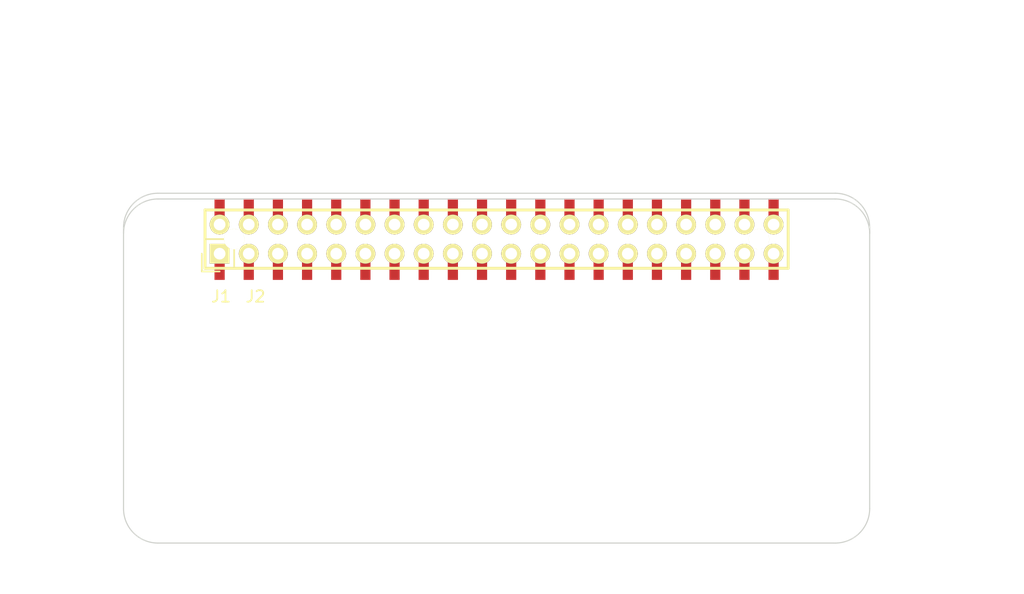
<source format=kicad_pcb>
(kicad_pcb (version 4) (host pcbnew 4.0.5)

  (general
    (links 0)
    (no_connects 0)
    (area 1.450001 7.175 93.121429 60.381101)
    (thickness 1.6)
    (drawings 20)
    (tracks 0)
    (zones 0)
    (modules 6)
    (nets 81)
  )

  (page A4)
  (layers
    (0 F.Cu signal)
    (31 B.Cu signal)
    (34 B.Paste user)
    (35 F.Paste user)
    (36 B.SilkS user)
    (37 F.SilkS user)
    (38 B.Mask user)
    (39 F.Mask user)
    (40 Dwgs.User user)
    (41 Cmts.User user)
    (44 Edge.Cuts user)
    (48 B.Fab user)
    (49 F.Fab user)
  )

  (setup
    (last_trace_width 0.25)
    (user_trace_width 0.01)
    (user_trace_width 0.02)
    (user_trace_width 0.05)
    (user_trace_width 0.1)
    (user_trace_width 0.2)
    (trace_clearance 0.2)
    (zone_clearance 0.508)
    (zone_45_only no)
    (trace_min 0.01)
    (segment_width 0.2)
    (edge_width 0.1)
    (via_size 0.6)
    (via_drill 0.4)
    (via_min_size 0.4)
    (via_min_drill 0.3)
    (uvia_size 0.3)
    (uvia_drill 0.1)
    (uvias_allowed no)
    (uvia_min_size 0.2)
    (uvia_min_drill 0.1)
    (pcb_text_width 0.3)
    (pcb_text_size 1.5 1.5)
    (mod_edge_width 0.15)
    (mod_text_size 1 1)
    (mod_text_width 0.15)
    (pad_size 2.75 2.75)
    (pad_drill 2.75)
    (pad_to_mask_clearance 0)
    (aux_axis_origin 0 0)
    (visible_elements 7FFFFFFF)
    (pcbplotparams
      (layerselection 0x01330_80000001)
      (usegerberextensions false)
      (excludeedgelayer true)
      (linewidth 0.100000)
      (plotframeref false)
      (viasonmask false)
      (mode 1)
      (useauxorigin false)
      (hpglpennumber 1)
      (hpglpenspeed 20)
      (hpglpendiameter 15)
      (hpglpenoverlay 2)
      (psnegative false)
      (psa4output false)
      (plotreference true)
      (plotvalue true)
      (plotinvisibletext false)
      (padsonsilk false)
      (subtractmaskfromsilk false)
      (outputformat 4)
      (mirror false)
      (drillshape 2)
      (scaleselection 1)
      (outputdirectory meta/))
  )

  (net 0 "")
  (net 1 "Net-(J1-Pad34)")
  (net 2 "Net-(J1-Pad36)")
  (net 3 "Net-(J1-Pad40)")
  (net 4 "Net-(J1-Pad38)")
  (net 5 "Net-(J1-Pad18)")
  (net 6 "Net-(J1-Pad20)")
  (net 7 "Net-(J1-Pad24)")
  (net 8 "Net-(J1-Pad22)")
  (net 9 "Net-(J1-Pad30)")
  (net 10 "Net-(J1-Pad32)")
  (net 11 "Net-(J1-Pad28)")
  (net 12 "Net-(J1-Pad26)")
  (net 13 "Net-(J1-Pad10)")
  (net 14 "Net-(J1-Pad12)")
  (net 15 "Net-(J1-Pad16)")
  (net 16 "Net-(J1-Pad14)")
  (net 17 "Net-(J1-Pad6)")
  (net 18 "Net-(J1-Pad8)")
  (net 19 "Net-(J1-Pad4)")
  (net 20 "Net-(J1-Pad2)")
  (net 21 "Net-(J1-Pad39)")
  (net 22 "Net-(J1-Pad37)")
  (net 23 "Net-(J1-Pad33)")
  (net 24 "Net-(J1-Pad35)")
  (net 25 "Net-(J1-Pad27)")
  (net 26 "Net-(J1-Pad25)")
  (net 27 "Net-(J1-Pad29)")
  (net 28 "Net-(J1-Pad31)")
  (net 29 "Net-(J1-Pad23)")
  (net 30 "Net-(J1-Pad21)")
  (net 31 "Net-(J1-Pad17)")
  (net 32 "Net-(J1-Pad19)")
  (net 33 "Net-(J1-Pad3)")
  (net 34 "Net-(J1-Pad1)")
  (net 35 "Net-(J1-Pad5)")
  (net 36 "Net-(J1-Pad7)")
  (net 37 "Net-(J1-Pad15)")
  (net 38 "Net-(J1-Pad13)")
  (net 39 "Net-(J1-Pad9)")
  (net 40 "Net-(J1-Pad11)")
  (net 41 "Net-(J2-Pad1)")
  (net 42 "Net-(J2-Pad2)")
  (net 43 "Net-(J2-Pad3)")
  (net 44 "Net-(J2-Pad4)")
  (net 45 "Net-(J2-Pad5)")
  (net 46 "Net-(J2-Pad6)")
  (net 47 "Net-(J2-Pad7)")
  (net 48 "Net-(J2-Pad8)")
  (net 49 "Net-(J2-Pad9)")
  (net 50 "Net-(J2-Pad10)")
  (net 51 "Net-(J2-Pad11)")
  (net 52 "Net-(J2-Pad12)")
  (net 53 "Net-(J2-Pad13)")
  (net 54 "Net-(J2-Pad14)")
  (net 55 "Net-(J2-Pad15)")
  (net 56 "Net-(J2-Pad16)")
  (net 57 "Net-(J2-Pad17)")
  (net 58 "Net-(J2-Pad18)")
  (net 59 "Net-(J2-Pad19)")
  (net 60 "Net-(J2-Pad20)")
  (net 61 "Net-(J2-Pad21)")
  (net 62 "Net-(J2-Pad22)")
  (net 63 "Net-(J2-Pad23)")
  (net 64 "Net-(J2-Pad24)")
  (net 65 "Net-(J2-Pad25)")
  (net 66 "Net-(J2-Pad26)")
  (net 67 "Net-(J2-Pad27)")
  (net 68 "Net-(J2-Pad28)")
  (net 69 "Net-(J2-Pad29)")
  (net 70 "Net-(J2-Pad30)")
  (net 71 "Net-(J2-Pad31)")
  (net 72 "Net-(J2-Pad32)")
  (net 73 "Net-(J2-Pad33)")
  (net 74 "Net-(J2-Pad34)")
  (net 75 "Net-(J2-Pad35)")
  (net 76 "Net-(J2-Pad36)")
  (net 77 "Net-(J2-Pad37)")
  (net 78 "Net-(J2-Pad38)")
  (net 79 "Net-(J2-Pad39)")
  (net 80 "Net-(J2-Pad40)")

  (net_class Default "This is the default net class."
    (clearance 0.2)
    (trace_width 0.25)
    (via_dia 0.6)
    (via_drill 0.4)
    (uvia_dia 0.3)
    (uvia_drill 0.1)
    (add_net "Net-(J1-Pad1)")
    (add_net "Net-(J1-Pad10)")
    (add_net "Net-(J1-Pad11)")
    (add_net "Net-(J1-Pad12)")
    (add_net "Net-(J1-Pad13)")
    (add_net "Net-(J1-Pad14)")
    (add_net "Net-(J1-Pad15)")
    (add_net "Net-(J1-Pad16)")
    (add_net "Net-(J1-Pad17)")
    (add_net "Net-(J1-Pad18)")
    (add_net "Net-(J1-Pad19)")
    (add_net "Net-(J1-Pad2)")
    (add_net "Net-(J1-Pad20)")
    (add_net "Net-(J1-Pad21)")
    (add_net "Net-(J1-Pad22)")
    (add_net "Net-(J1-Pad23)")
    (add_net "Net-(J1-Pad24)")
    (add_net "Net-(J1-Pad25)")
    (add_net "Net-(J1-Pad26)")
    (add_net "Net-(J1-Pad27)")
    (add_net "Net-(J1-Pad28)")
    (add_net "Net-(J1-Pad29)")
    (add_net "Net-(J1-Pad3)")
    (add_net "Net-(J1-Pad30)")
    (add_net "Net-(J1-Pad31)")
    (add_net "Net-(J1-Pad32)")
    (add_net "Net-(J1-Pad33)")
    (add_net "Net-(J1-Pad34)")
    (add_net "Net-(J1-Pad35)")
    (add_net "Net-(J1-Pad36)")
    (add_net "Net-(J1-Pad37)")
    (add_net "Net-(J1-Pad38)")
    (add_net "Net-(J1-Pad39)")
    (add_net "Net-(J1-Pad4)")
    (add_net "Net-(J1-Pad40)")
    (add_net "Net-(J1-Pad5)")
    (add_net "Net-(J1-Pad6)")
    (add_net "Net-(J1-Pad7)")
    (add_net "Net-(J1-Pad8)")
    (add_net "Net-(J1-Pad9)")
    (add_net "Net-(J2-Pad1)")
    (add_net "Net-(J2-Pad10)")
    (add_net "Net-(J2-Pad11)")
    (add_net "Net-(J2-Pad12)")
    (add_net "Net-(J2-Pad13)")
    (add_net "Net-(J2-Pad14)")
    (add_net "Net-(J2-Pad15)")
    (add_net "Net-(J2-Pad16)")
    (add_net "Net-(J2-Pad17)")
    (add_net "Net-(J2-Pad18)")
    (add_net "Net-(J2-Pad19)")
    (add_net "Net-(J2-Pad2)")
    (add_net "Net-(J2-Pad20)")
    (add_net "Net-(J2-Pad21)")
    (add_net "Net-(J2-Pad22)")
    (add_net "Net-(J2-Pad23)")
    (add_net "Net-(J2-Pad24)")
    (add_net "Net-(J2-Pad25)")
    (add_net "Net-(J2-Pad26)")
    (add_net "Net-(J2-Pad27)")
    (add_net "Net-(J2-Pad28)")
    (add_net "Net-(J2-Pad29)")
    (add_net "Net-(J2-Pad3)")
    (add_net "Net-(J2-Pad30)")
    (add_net "Net-(J2-Pad31)")
    (add_net "Net-(J2-Pad32)")
    (add_net "Net-(J2-Pad33)")
    (add_net "Net-(J2-Pad34)")
    (add_net "Net-(J2-Pad35)")
    (add_net "Net-(J2-Pad36)")
    (add_net "Net-(J2-Pad37)")
    (add_net "Net-(J2-Pad38)")
    (add_net "Net-(J2-Pad39)")
    (add_net "Net-(J2-Pad4)")
    (add_net "Net-(J2-Pad40)")
    (add_net "Net-(J2-Pad5)")
    (add_net "Net-(J2-Pad6)")
    (add_net "Net-(J2-Pad7)")
    (add_net "Net-(J2-Pad8)")
    (add_net "Net-(J2-Pad9)")
  )

  (module RPi_Hat:RPi_Hat_Mounting_Hole locked (layer F.Cu) (tedit 55217CCB) (tstamp 58B743A7)
    (at 16 51)
    (descr "Mounting hole, Befestigungsbohrung, 2,7mm, No Annular, Kein Restring,")
    (tags "Mounting hole, Befestigungsbohrung, 2,7mm, No Annular, Kein Restring,")
    (fp_text reference "" (at 0 -4.0005) (layer F.SilkS) hide
      (effects (font (size 1 1) (thickness 0.15)))
    )
    (fp_text value "" (at 0.09906 3.59918) (layer F.Fab) hide
      (effects (font (size 1 1) (thickness 0.15)))
    )
    (fp_circle (center 0 0) (end 1.375 0) (layer F.Fab) (width 0.15))
    (fp_circle (center 0 0) (end 3.1 0) (layer F.Fab) (width 0.15))
    (fp_circle (center 0 0) (end 3.1 0) (layer B.Fab) (width 0.15))
    (fp_circle (center 0 0) (end 1.375 0) (layer B.Fab) (width 0.15))
    (fp_circle (center 0 0) (end 3.1 0) (layer F.CrtYd) (width 0.15))
    (fp_circle (center 0 0) (end 3.1 0) (layer B.CrtYd) (width 0.15))
    (pad "" np_thru_hole circle (at 0 0) (size 2.75 2.75) (drill 2.75) (layers *.Cu *.Mask)
      (solder_mask_margin 1.725) (clearance 1.725))
  )

  (module RPi_Hat:Pin_Header_Straight_2x20 (layer F.Cu) (tedit 58B87737) (tstamp 5516AEA0)
    (at 45 28 90)
    (descr "Through hole pin header")
    (tags "pin header")
    (path /5515D395/5516AE26)
    (fp_text reference J2 (at -5 -21 360) (layer F.SilkS)
      (effects (font (size 1 1) (thickness 0.15)))
    )
    (fp_text value RPi_GPIO (at -1.27 -27.23 90) (layer F.Fab) hide
      (effects (font (size 1 1) (thickness 0.15)))
    )
    (fp_line (start -3.02 -25.88) (end -3.02 25.92) (layer F.CrtYd) (width 0.05))
    (fp_line (start 3.03 -25.88) (end 3.03 25.92) (layer F.CrtYd) (width 0.05))
    (fp_line (start -3.02 -25.88) (end 3.03 -25.88) (layer F.CrtYd) (width 0.05))
    (fp_line (start -3.02 25.92) (end 3.03 25.92) (layer F.CrtYd) (width 0.05))
    (fp_line (start 2.54 25.4) (end 2.54 -25.4) (layer F.SilkS) (width 0.15))
    (fp_line (start -2.54 -22.86) (end -2.54 25.4) (layer F.SilkS) (width 0.15))
    (fp_line (start 2.54 25.4) (end -2.54 25.4) (layer F.SilkS) (width 0.15))
    (fp_line (start 2.54 -25.4) (end 0 -25.4) (layer F.SilkS) (width 0.15))
    (fp_line (start -1.27 -25.68) (end -2.82 -25.68) (layer F.SilkS) (width 0.15))
    (fp_line (start 0 -25.4) (end 0 -22.86) (layer F.SilkS) (width 0.15))
    (fp_line (start 0 -22.86) (end -2.54 -22.86) (layer F.SilkS) (width 0.15))
    (fp_line (start -2.82 -25.68) (end -2.82 -24.13) (layer F.SilkS) (width 0.15))
    (pad 1 thru_hole rect (at -1.27 -24.13 90) (size 1.7272 1.7272) (drill 1.016) (layers *.Cu *.Mask F.SilkS)
      (net 41 "Net-(J2-Pad1)"))
    (pad 2 thru_hole oval (at 1.27 -24.13 90) (size 1.7272 1.7272) (drill 1.016) (layers *.Cu *.Mask F.SilkS)
      (net 42 "Net-(J2-Pad2)"))
    (pad 3 thru_hole oval (at -1.27 -21.59 90) (size 1.7272 1.7272) (drill 1.016) (layers *.Cu *.Mask F.SilkS)
      (net 43 "Net-(J2-Pad3)"))
    (pad 4 thru_hole oval (at 1.27 -21.59 90) (size 1.7272 1.7272) (drill 1.016) (layers *.Cu *.Mask F.SilkS)
      (net 44 "Net-(J2-Pad4)"))
    (pad 5 thru_hole oval (at -1.27 -19.05 90) (size 1.7272 1.7272) (drill 1.016) (layers *.Cu *.Mask F.SilkS)
      (net 45 "Net-(J2-Pad5)"))
    (pad 6 thru_hole oval (at 1.27 -19.05 90) (size 1.7272 1.7272) (drill 1.016) (layers *.Cu *.Mask F.SilkS)
      (net 46 "Net-(J2-Pad6)"))
    (pad 7 thru_hole oval (at -1.27 -16.51 90) (size 1.7272 1.7272) (drill 1.016) (layers *.Cu *.Mask F.SilkS)
      (net 47 "Net-(J2-Pad7)"))
    (pad 8 thru_hole oval (at 1.27 -16.51 90) (size 1.7272 1.7272) (drill 1.016) (layers *.Cu *.Mask F.SilkS)
      (net 48 "Net-(J2-Pad8)"))
    (pad 9 thru_hole oval (at -1.27 -13.97 90) (size 1.7272 1.7272) (drill 1.016) (layers *.Cu *.Mask F.SilkS)
      (net 49 "Net-(J2-Pad9)"))
    (pad 10 thru_hole oval (at 1.27 -13.97 90) (size 1.7272 1.7272) (drill 1.016) (layers *.Cu *.Mask F.SilkS)
      (net 50 "Net-(J2-Pad10)"))
    (pad 11 thru_hole oval (at -1.27 -11.43 90) (size 1.7272 1.7272) (drill 1.016) (layers *.Cu *.Mask F.SilkS)
      (net 51 "Net-(J2-Pad11)"))
    (pad 12 thru_hole oval (at 1.27 -11.43 90) (size 1.7272 1.7272) (drill 1.016) (layers *.Cu *.Mask F.SilkS)
      (net 52 "Net-(J2-Pad12)"))
    (pad 13 thru_hole oval (at -1.27 -8.89 90) (size 1.7272 1.7272) (drill 1.016) (layers *.Cu *.Mask F.SilkS)
      (net 53 "Net-(J2-Pad13)"))
    (pad 14 thru_hole oval (at 1.27 -8.89 90) (size 1.7272 1.7272) (drill 1.016) (layers *.Cu *.Mask F.SilkS)
      (net 54 "Net-(J2-Pad14)"))
    (pad 15 thru_hole oval (at -1.27 -6.35 90) (size 1.7272 1.7272) (drill 1.016) (layers *.Cu *.Mask F.SilkS)
      (net 55 "Net-(J2-Pad15)"))
    (pad 16 thru_hole oval (at 1.27 -6.35 90) (size 1.7272 1.7272) (drill 1.016) (layers *.Cu *.Mask F.SilkS)
      (net 56 "Net-(J2-Pad16)"))
    (pad 17 thru_hole oval (at -1.27 -3.81 90) (size 1.7272 1.7272) (drill 1.016) (layers *.Cu *.Mask F.SilkS)
      (net 57 "Net-(J2-Pad17)"))
    (pad 18 thru_hole oval (at 1.27 -3.81 90) (size 1.7272 1.7272) (drill 1.016) (layers *.Cu *.Mask F.SilkS)
      (net 58 "Net-(J2-Pad18)"))
    (pad 19 thru_hole oval (at -1.27 -1.27 90) (size 1.7272 1.7272) (drill 1.016) (layers *.Cu *.Mask F.SilkS)
      (net 59 "Net-(J2-Pad19)"))
    (pad 20 thru_hole oval (at 1.27 -1.27 90) (size 1.7272 1.7272) (drill 1.016) (layers *.Cu *.Mask F.SilkS)
      (net 60 "Net-(J2-Pad20)"))
    (pad 21 thru_hole oval (at -1.27 1.27 90) (size 1.7272 1.7272) (drill 1.016) (layers *.Cu *.Mask F.SilkS)
      (net 61 "Net-(J2-Pad21)"))
    (pad 22 thru_hole oval (at 1.27 1.27 90) (size 1.7272 1.7272) (drill 1.016) (layers *.Cu *.Mask F.SilkS)
      (net 62 "Net-(J2-Pad22)"))
    (pad 23 thru_hole oval (at -1.27 3.81 90) (size 1.7272 1.7272) (drill 1.016) (layers *.Cu *.Mask F.SilkS)
      (net 63 "Net-(J2-Pad23)"))
    (pad 24 thru_hole oval (at 1.27 3.81 90) (size 1.7272 1.7272) (drill 1.016) (layers *.Cu *.Mask F.SilkS)
      (net 64 "Net-(J2-Pad24)"))
    (pad 25 thru_hole oval (at -1.27 6.35 90) (size 1.7272 1.7272) (drill 1.016) (layers *.Cu *.Mask F.SilkS)
      (net 65 "Net-(J2-Pad25)"))
    (pad 26 thru_hole oval (at 1.27 6.35 90) (size 1.7272 1.7272) (drill 1.016) (layers *.Cu *.Mask F.SilkS)
      (net 66 "Net-(J2-Pad26)"))
    (pad 27 thru_hole oval (at -1.27 8.89 90) (size 1.7272 1.7272) (drill 1.016) (layers *.Cu *.Mask F.SilkS)
      (net 67 "Net-(J2-Pad27)"))
    (pad 28 thru_hole oval (at 1.27 8.89 90) (size 1.7272 1.7272) (drill 1.016) (layers *.Cu *.Mask F.SilkS)
      (net 68 "Net-(J2-Pad28)"))
    (pad 29 thru_hole oval (at -1.27 11.43 90) (size 1.7272 1.7272) (drill 1.016) (layers *.Cu *.Mask F.SilkS)
      (net 69 "Net-(J2-Pad29)"))
    (pad 30 thru_hole oval (at 1.27 11.43 90) (size 1.7272 1.7272) (drill 1.016) (layers *.Cu *.Mask F.SilkS)
      (net 70 "Net-(J2-Pad30)"))
    (pad 31 thru_hole oval (at -1.27 13.97 90) (size 1.7272 1.7272) (drill 1.016) (layers *.Cu *.Mask F.SilkS)
      (net 71 "Net-(J2-Pad31)"))
    (pad 32 thru_hole oval (at 1.27 13.97 90) (size 1.7272 1.7272) (drill 1.016) (layers *.Cu *.Mask F.SilkS)
      (net 72 "Net-(J2-Pad32)"))
    (pad 33 thru_hole oval (at -1.27 16.51 90) (size 1.7272 1.7272) (drill 1.016) (layers *.Cu *.Mask F.SilkS)
      (net 73 "Net-(J2-Pad33)"))
    (pad 34 thru_hole oval (at 1.27 16.51 90) (size 1.7272 1.7272) (drill 1.016) (layers *.Cu *.Mask F.SilkS)
      (net 74 "Net-(J2-Pad34)"))
    (pad 35 thru_hole oval (at -1.27 19.05 90) (size 1.7272 1.7272) (drill 1.016) (layers *.Cu *.Mask F.SilkS)
      (net 75 "Net-(J2-Pad35)"))
    (pad 36 thru_hole oval (at 1.27 19.05 90) (size 1.7272 1.7272) (drill 1.016) (layers *.Cu *.Mask F.SilkS)
      (net 76 "Net-(J2-Pad36)"))
    (pad 37 thru_hole oval (at -1.27 21.59 90) (size 1.7272 1.7272) (drill 1.016) (layers *.Cu *.Mask F.SilkS)
      (net 77 "Net-(J2-Pad37)"))
    (pad 38 thru_hole oval (at 1.27 21.59 90) (size 1.7272 1.7272) (drill 1.016) (layers *.Cu *.Mask F.SilkS)
      (net 78 "Net-(J2-Pad38)"))
    (pad 39 thru_hole oval (at -1.27 24.13 90) (size 1.7272 1.7272) (drill 1.016) (layers *.Cu *.Mask F.SilkS)
      (net 79 "Net-(J2-Pad39)"))
    (pad 40 thru_hole oval (at 1.27 24.13 90) (size 1.7272 1.7272) (drill 1.016) (layers *.Cu *.Mask F.SilkS)
      (net 80 "Net-(J2-Pad40)"))
    (model Pin_Headers.3dshapes/Pin_Header_Straight_2x20.wrl
      (at (xyz 0 0 0))
      (scale (xyz 1 1 1))
      (rotate (xyz 0 0 90))
    )
  )

  (module RPi_Hat:Samtec_HLE-120-02-XXX-DV-BE-XX-XX locked (layer F.Cu) (tedit 58B8773E) (tstamp 55174A29)
    (at 45 28 90)
    (path /5515D395/5515D39E)
    (fp_text reference J1 (at -5 -24 180) (layer F.SilkS)
      (effects (font (size 1 1) (thickness 0.15)))
    )
    (fp_text value RPi_GPIO (at 5.08 0 180) (layer F.Fab)
      (effects (font (size 1 1) (thickness 0.15)))
    )
    (fp_line (start 2.54 25.4) (end -2.54 25.4) (layer F.SilkS) (width 0.254))
    (fp_line (start -2.54 25.4) (end -2.54 -25.4) (layer F.SilkS) (width 0.254))
    (fp_line (start -2.54 -25.4) (end 2.54 -25.4) (layer F.SilkS) (width 0.254))
    (fp_line (start 2.54 -25.4) (end 2.54 25.4) (layer F.SilkS) (width 0.254))
    (pad 34 smd rect (at 2.7178 16.51 180) (size 0.889 1.6764) (layers F.Cu F.Paste F.Mask)
      (net 1 "Net-(J1-Pad34)"))
    (pad 36 smd rect (at 2.7178 19.05 180) (size 0.889 1.6764) (layers F.Cu F.Paste F.Mask)
      (net 2 "Net-(J1-Pad36)"))
    (pad 40 smd rect (at 2.7178 24.13 180) (size 0.889 1.6764) (layers F.Cu F.Paste F.Mask)
      (net 3 "Net-(J1-Pad40)"))
    (pad 38 smd rect (at 2.7178 21.59 180) (size 0.889 1.6764) (layers F.Cu F.Paste F.Mask)
      (net 4 "Net-(J1-Pad38)"))
    (pad 18 smd rect (at 2.7178 -3.81 180) (size 0.889 1.6764) (layers F.Cu F.Paste F.Mask)
      (net 5 "Net-(J1-Pad18)"))
    (pad 20 smd rect (at 2.7178 -1.27 180) (size 0.889 1.6764) (layers F.Cu F.Paste F.Mask)
      (net 6 "Net-(J1-Pad20)"))
    (pad 24 smd rect (at 2.7178 3.81 180) (size 0.889 1.6764) (layers F.Cu F.Paste F.Mask)
      (net 7 "Net-(J1-Pad24)"))
    (pad 22 smd rect (at 2.7178 1.27 180) (size 0.889 1.6764) (layers F.Cu F.Paste F.Mask)
      (net 8 "Net-(J1-Pad22)"))
    (pad 30 smd rect (at 2.7178 11.43 180) (size 0.889 1.6764) (layers F.Cu F.Paste F.Mask)
      (net 9 "Net-(J1-Pad30)"))
    (pad 32 smd rect (at 2.7178 13.97 180) (size 0.889 1.6764) (layers F.Cu F.Paste F.Mask)
      (net 10 "Net-(J1-Pad32)"))
    (pad 28 smd rect (at 2.7178 8.89 180) (size 0.889 1.6764) (layers F.Cu F.Paste F.Mask)
      (net 11 "Net-(J1-Pad28)"))
    (pad 26 smd rect (at 2.7178 6.35 180) (size 0.889 1.6764) (layers F.Cu F.Paste F.Mask)
      (net 12 "Net-(J1-Pad26)"))
    (pad 10 smd rect (at 2.7178 -13.97 180) (size 0.889 1.6764) (layers F.Cu F.Paste F.Mask)
      (net 13 "Net-(J1-Pad10)"))
    (pad 12 smd rect (at 2.7178 -11.43 180) (size 0.889 1.6764) (layers F.Cu F.Paste F.Mask)
      (net 14 "Net-(J1-Pad12)"))
    (pad 16 smd rect (at 2.7178 -6.35 180) (size 0.889 1.6764) (layers F.Cu F.Paste F.Mask)
      (net 15 "Net-(J1-Pad16)"))
    (pad 14 smd rect (at 2.7178 -8.89 180) (size 0.889 1.6764) (layers F.Cu F.Paste F.Mask)
      (net 16 "Net-(J1-Pad14)"))
    (pad 6 smd rect (at 2.7178 -19.05 180) (size 0.889 1.6764) (layers F.Cu F.Paste F.Mask)
      (net 17 "Net-(J1-Pad6)"))
    (pad 8 smd rect (at 2.7178 -16.51 180) (size 0.889 1.6764) (layers F.Cu F.Paste F.Mask)
      (net 18 "Net-(J1-Pad8)"))
    (pad 4 smd rect (at 2.7178 -21.59 180) (size 0.889 1.6764) (layers F.Cu F.Paste F.Mask)
      (net 19 "Net-(J1-Pad4)"))
    (pad 2 smd rect (at 2.7178 -24.13 180) (size 0.889 1.6764) (layers F.Cu F.Paste F.Mask)
      (net 20 "Net-(J1-Pad2)"))
    (pad 39 smd rect (at -2.7178 24.13 180) (size 0.889 1.6764) (layers F.Cu F.Paste F.Mask)
      (net 21 "Net-(J1-Pad39)"))
    (pad 37 smd rect (at -2.7178 21.59 180) (size 0.889 1.6764) (layers F.Cu F.Paste F.Mask)
      (net 22 "Net-(J1-Pad37)"))
    (pad 33 smd rect (at -2.7178 16.51 180) (size 0.889 1.6764) (layers F.Cu F.Paste F.Mask)
      (net 23 "Net-(J1-Pad33)"))
    (pad 35 smd rect (at -2.7178 19.05 180) (size 0.889 1.6764) (layers F.Cu F.Paste F.Mask)
      (net 24 "Net-(J1-Pad35)"))
    (pad 27 smd rect (at -2.7178 8.89 180) (size 0.889 1.6764) (layers F.Cu F.Paste F.Mask)
      (net 25 "Net-(J1-Pad27)"))
    (pad 25 smd rect (at -2.7178 6.35 180) (size 0.889 1.6764) (layers F.Cu F.Paste F.Mask)
      (net 26 "Net-(J1-Pad25)"))
    (pad 29 smd rect (at -2.7178 11.43 180) (size 0.889 1.6764) (layers F.Cu F.Paste F.Mask)
      (net 27 "Net-(J1-Pad29)"))
    (pad 31 smd rect (at -2.7178 13.97 180) (size 0.889 1.6764) (layers F.Cu F.Paste F.Mask)
      (net 28 "Net-(J1-Pad31)"))
    (pad 23 smd rect (at -2.7178 3.81 180) (size 0.889 1.6764) (layers F.Cu F.Paste F.Mask)
      (net 29 "Net-(J1-Pad23)"))
    (pad 21 smd rect (at -2.7178 1.27 180) (size 0.889 1.6764) (layers F.Cu F.Paste F.Mask)
      (net 30 "Net-(J1-Pad21)"))
    (pad 17 smd rect (at -2.7178 -3.81 180) (size 0.889 1.6764) (layers F.Cu F.Paste F.Mask)
      (net 31 "Net-(J1-Pad17)"))
    (pad 19 smd rect (at -2.7178 -1.27 180) (size 0.889 1.6764) (layers F.Cu F.Paste F.Mask)
      (net 32 "Net-(J1-Pad19)"))
    (pad 3 smd rect (at -2.7178 -21.59 180) (size 0.889 1.6764) (layers F.Cu F.Paste F.Mask)
      (net 33 "Net-(J1-Pad3)"))
    (pad 1 smd rect (at -2.7178 -24.13 180) (size 0.889 1.6764) (layers F.Cu F.Paste F.Mask)
      (net 34 "Net-(J1-Pad1)"))
    (pad 5 smd rect (at -2.7178 -19.05 180) (size 0.889 1.6764) (layers F.Cu F.Paste F.Mask)
      (net 35 "Net-(J1-Pad5)"))
    (pad 7 smd rect (at -2.7178 -16.51 180) (size 0.889 1.6764) (layers F.Cu F.Paste F.Mask)
      (net 36 "Net-(J1-Pad7)"))
    (pad 15 smd rect (at -2.7178 -6.35 180) (size 0.889 1.6764) (layers F.Cu F.Paste F.Mask)
      (net 37 "Net-(J1-Pad15)"))
    (pad 13 smd rect (at -2.7178 -8.89 180) (size 0.889 1.6764) (layers F.Cu F.Paste F.Mask)
      (net 38 "Net-(J1-Pad13)"))
    (pad "" np_thru_hole circle (at -1.27 3.81) (size 0.9652 0.9652) (drill 0.9652) (layers *.Cu *.Mask F.SilkS))
    (pad "" np_thru_hole circle (at -1.27 1.27) (size 0.9652 0.9652) (drill 0.9652) (layers *.Cu *.Mask F.SilkS))
    (pad "" np_thru_hole circle (at -1.27 6.35) (size 0.9652 0.9652) (drill 0.9652) (layers *.Cu *.Mask F.SilkS))
    (pad "" np_thru_hole circle (at -1.27 8.89) (size 0.9652 0.9652) (drill 0.9652) (layers *.Cu *.Mask F.SilkS))
    (pad "" np_thru_hole circle (at -1.27 19.05) (size 0.9652 0.9652) (drill 0.9652) (layers *.Cu *.Mask F.SilkS))
    (pad "" np_thru_hole circle (at -1.27 16.51) (size 0.9652 0.9652) (drill 0.9652) (layers *.Cu *.Mask F.SilkS))
    (pad "" np_thru_hole circle (at -1.27 11.43) (size 0.9652 0.9652) (drill 0.9652) (layers *.Cu *.Mask F.SilkS))
    (pad "" np_thru_hole circle (at -1.27 13.97) (size 0.9652 0.9652) (drill 0.9652) (layers *.Cu *.Mask F.SilkS))
    (pad "" np_thru_hole circle (at -1.27 21.59) (size 0.9652 0.9652) (drill 0.9652) (layers *.Cu *.Mask F.SilkS))
    (pad "" np_thru_hole circle (at -1.27 24.13) (size 0.9652 0.9652) (drill 0.9652) (layers *.Cu *.Mask F.SilkS))
    (pad "" np_thru_hole circle (at -1.27 -1.27) (size 0.9652 0.9652) (drill 0.9652) (layers *.Cu *.Mask F.SilkS))
    (pad "" np_thru_hole circle (at -1.27 -3.81) (size 0.9652 0.9652) (drill 0.9652) (layers *.Cu *.Mask F.SilkS))
    (pad "" np_thru_hole circle (at -1.27 -11.43) (size 0.9652 0.9652) (drill 0.9652) (layers *.Cu *.Mask F.SilkS))
    (pad "" np_thru_hole circle (at -1.27 -13.97) (size 0.9652 0.9652) (drill 0.9652) (layers *.Cu *.Mask F.SilkS))
    (pad "" np_thru_hole circle (at -1.27 -8.89) (size 0.9652 0.9652) (drill 0.9652) (layers *.Cu *.Mask F.SilkS))
    (pad "" np_thru_hole circle (at -1.27 -6.35) (size 0.9652 0.9652) (drill 0.9652) (layers *.Cu *.Mask F.SilkS))
    (pad "" np_thru_hole circle (at -1.27 -16.51) (size 0.9652 0.9652) (drill 0.9652) (layers *.Cu *.Mask F.SilkS))
    (pad "" np_thru_hole circle (at -1.27 -19.05) (size 0.9652 0.9652) (drill 0.9652) (layers *.Cu *.Mask F.SilkS))
    (pad "" np_thru_hole circle (at -1.27 -24.13) (size 0.9652 0.9652) (drill 0.9652) (layers *.Cu *.Mask F.SilkS))
    (pad "" np_thru_hole circle (at -1.27 -21.59) (size 0.9652 0.9652) (drill 0.9652) (layers *.Cu *.Mask F.SilkS))
    (pad "" np_thru_hole circle (at 1.27 -21.59) (size 0.9652 0.9652) (drill 0.9652) (layers *.Cu *.Mask F.SilkS))
    (pad "" np_thru_hole circle (at 1.27 -24.13) (size 0.9652 0.9652) (drill 0.9652) (layers *.Cu *.Mask F.SilkS))
    (pad "" np_thru_hole circle (at 1.27 -19.05) (size 0.9652 0.9652) (drill 0.9652) (layers *.Cu *.Mask F.SilkS))
    (pad "" np_thru_hole circle (at 1.27 -16.51) (size 0.9652 0.9652) (drill 0.9652) (layers *.Cu *.Mask F.SilkS))
    (pad "" np_thru_hole circle (at 1.27 -6.35) (size 0.9652 0.9652) (drill 0.9652) (layers *.Cu *.Mask F.SilkS))
    (pad "" np_thru_hole circle (at 1.27 -8.89) (size 0.9652 0.9652) (drill 0.9652) (layers *.Cu *.Mask F.SilkS))
    (pad "" np_thru_hole circle (at 1.27 -13.97) (size 0.9652 0.9652) (drill 0.9652) (layers *.Cu *.Mask F.SilkS))
    (pad "" np_thru_hole circle (at 1.27 -11.43) (size 0.9652 0.9652) (drill 0.9652) (layers *.Cu *.Mask F.SilkS))
    (pad "" np_thru_hole circle (at 1.27 -3.81) (size 0.9652 0.9652) (drill 0.9652) (layers *.Cu *.Mask F.SilkS))
    (pad "" np_thru_hole circle (at 1.27 -1.27) (size 0.9652 0.9652) (drill 0.9652) (layers *.Cu *.Mask F.SilkS))
    (pad "" np_thru_hole circle (at 1.27 24.13) (size 0.9652 0.9652) (drill 0.9652) (layers *.Cu *.Mask F.SilkS))
    (pad "" np_thru_hole circle (at 1.27 21.59) (size 0.9652 0.9652) (drill 0.9652) (layers *.Cu *.Mask F.SilkS))
    (pad "" np_thru_hole circle (at 1.27 13.97) (size 0.9652 0.9652) (drill 0.9652) (layers *.Cu *.Mask F.SilkS))
    (pad "" np_thru_hole circle (at 1.27 11.43) (size 0.9652 0.9652) (drill 0.9652) (layers *.Cu *.Mask F.SilkS))
    (pad "" np_thru_hole circle (at 1.27 16.51) (size 0.9652 0.9652) (drill 0.9652) (layers *.Cu *.Mask F.SilkS))
    (pad "" np_thru_hole circle (at 1.27 19.05) (size 0.9652 0.9652) (drill 0.9652) (layers *.Cu *.Mask F.SilkS))
    (pad "" np_thru_hole circle (at 1.27 8.89) (size 0.9652 0.9652) (drill 0.9652) (layers *.Cu *.Mask F.SilkS))
    (pad "" np_thru_hole circle (at 1.27 6.35) (size 0.9652 0.9652) (drill 0.9652) (layers *.Cu *.Mask F.SilkS))
    (pad "" np_thru_hole circle (at 1.27 1.27) (size 0.9652 0.9652) (drill 0.9652) (layers *.Cu *.Mask F.SilkS))
    (pad "" np_thru_hole circle (at 1.27 3.81) (size 0.9652 0.9652) (drill 0.9652) (layers *.Cu *.Mask F.SilkS))
    (pad 9 smd rect (at -2.7178 -13.97 180) (size 0.889 1.6764) (layers F.Cu F.Paste F.Mask)
      (net 39 "Net-(J1-Pad9)"))
    (pad 11 smd rect (at -2.7178 -11.43 180) (size 0.889 1.6764) (layers F.Cu F.Paste F.Mask)
      (net 40 "Net-(J1-Pad11)"))
    (pad "" np_thru_hole circle (at 0 -22.86) (size 1.778 1.778) (drill 1.778) (layers *.Cu *.Mask F.SilkS))
    (pad "" np_thru_hole circle (at 0 22.86) (size 1.778 1.778) (drill 1.778) (layers *.Cu *.Mask F.SilkS))
  )

  (module RPi_Hat:RPi_Hat_Mounting_Hole locked (layer F.Cu) (tedit 55217C7B) (tstamp 5515DEA9)
    (at 74 28)
    (descr "Mounting hole, Befestigungsbohrung, 2,7mm, No Annular, Kein Restring,")
    (tags "Mounting hole, Befestigungsbohrung, 2,7mm, No Annular, Kein Restring,")
    (fp_text reference "" (at 0 -4.0005) (layer F.SilkS) hide
      (effects (font (size 1 1) (thickness 0.15)))
    )
    (fp_text value "" (at 0.09906 3.59918) (layer F.Fab) hide
      (effects (font (size 1 1) (thickness 0.15)))
    )
    (fp_circle (center 0 0) (end 1.375 0) (layer F.Fab) (width 0.15))
    (fp_circle (center 0 0) (end 3.1 0) (layer F.Fab) (width 0.15))
    (fp_circle (center 0 0) (end 3.1 0) (layer B.Fab) (width 0.15))
    (fp_circle (center 0 0) (end 1.375 0) (layer B.Fab) (width 0.15))
    (fp_circle (center 0 0) (end 3.1 0) (layer F.CrtYd) (width 0.15))
    (fp_circle (center 0 0) (end 3.1 0) (layer B.CrtYd) (width 0.15))
    (pad "" np_thru_hole circle (at 0 0) (size 2.75 2.75) (drill 2.75) (layers *.Cu *.Mask)
      (solder_mask_margin 1.725) (clearance 1.725))
  )

  (module RPi_Hat:RPi_Hat_Mounting_Hole locked (layer F.Cu) (tedit 55217CCB) (tstamp 55169DC9)
    (at 74 51)
    (descr "Mounting hole, Befestigungsbohrung, 2,7mm, No Annular, Kein Restring,")
    (tags "Mounting hole, Befestigungsbohrung, 2,7mm, No Annular, Kein Restring,")
    (fp_text reference "" (at 0 -4.0005) (layer F.SilkS) hide
      (effects (font (size 1 1) (thickness 0.15)))
    )
    (fp_text value "" (at 0.09906 3.59918) (layer F.Fab) hide
      (effects (font (size 1 1) (thickness 0.15)))
    )
    (fp_circle (center 0 0) (end 1.375 0) (layer F.Fab) (width 0.15))
    (fp_circle (center 0 0) (end 3.1 0) (layer F.Fab) (width 0.15))
    (fp_circle (center 0 0) (end 3.1 0) (layer B.Fab) (width 0.15))
    (fp_circle (center 0 0) (end 1.375 0) (layer B.Fab) (width 0.15))
    (fp_circle (center 0 0) (end 3.1 0) (layer F.CrtYd) (width 0.15))
    (fp_circle (center 0 0) (end 3.1 0) (layer B.CrtYd) (width 0.15))
    (pad "" np_thru_hole circle (at 0 0) (size 2.75 2.75) (drill 2.75) (layers *.Cu *.Mask)
      (solder_mask_margin 1.725) (clearance 1.725))
  )

  (module RPi_Hat:RPi_Hat_Mounting_Hole locked (layer F.Cu) (tedit 55217CA2) (tstamp 5515DEBF)
    (at 16 28)
    (descr "Mounting hole, Befestigungsbohrung, 2,7mm, No Annular, Kein Restring,")
    (tags "Mounting hole, Befestigungsbohrung, 2,7mm, No Annular, Kein Restring,")
    (fp_text reference "" (at 0 -4.0005) (layer F.SilkS) hide
      (effects (font (size 1 1) (thickness 0.15)))
    )
    (fp_text value "" (at 0.09906 3.59918) (layer F.Fab) hide
      (effects (font (size 1 1) (thickness 0.15)))
    )
    (fp_circle (center 0 0) (end 1.375 0) (layer F.Fab) (width 0.15))
    (fp_circle (center 0 0) (end 3.1 0) (layer F.Fab) (width 0.15))
    (fp_circle (center 0 0) (end 3.1 0) (layer B.Fab) (width 0.15))
    (fp_circle (center 0 0) (end 1.375 0) (layer B.Fab) (width 0.15))
    (fp_circle (center 0 0) (end 3.1 0) (layer F.CrtYd) (width 0.15))
    (fp_circle (center 0 0) (end 3.1 0) (layer B.CrtYd) (width 0.15))
    (pad "" np_thru_hole circle (at 0 0) (size 2.75 2.75) (drill 2.75) (layers *.Cu *.Mask)
      (solder_mask_margin 1.725) (clearance 1.725))
  )

  (dimension 30.5 (width 0.15) (layer Dwgs.User)
    (gr_text "30.5 mm (SMT socket)" (at 88.05 39.25 270) (layer Dwgs.User)
      (effects (font (size 1.5 1.5) (thickness 0.15)))
    )
    (feature1 (pts (xy 78.5 54.5) (xy 89.1 54.5)))
    (feature2 (pts (xy 78.5 24) (xy 89.1 24)))
    (crossbar (pts (xy 87 24) (xy 87 54.5)))
    (arrow1a (pts (xy 87 54.5) (xy 86.413579 53.373496)))
    (arrow1b (pts (xy 87 54.5) (xy 87.586421 53.373496)))
    (arrow2a (pts (xy 87 24) (xy 86.413579 25.126504)))
    (arrow2b (pts (xy 87 24) (xy 87.586421 25.126504)))
  )
  (dimension 30 (width 0.15) (layer Dwgs.User)
    (gr_text "30 mm (Thru-hole)" (at 83.05 39.5 270) (layer Dwgs.User) (tstamp 58B8795C)
      (effects (font (size 1.5 1.5) (thickness 0.15)))
    )
    (feature1 (pts (xy 78.5 54.5) (xy 84.1 54.5)))
    (feature2 (pts (xy 78.5 24.5) (xy 84.1 24.5)))
    (crossbar (pts (xy 82 24.5) (xy 82 54.5)))
    (arrow1a (pts (xy 82 54.5) (xy 81.413579 53.373496)))
    (arrow1b (pts (xy 82 54.5) (xy 82.586421 53.373496)))
    (arrow2a (pts (xy 82 24.5) (xy 81.413579 25.626504)))
    (arrow2b (pts (xy 82 24.5) (xy 82.586421 25.626504)))
  )
  (dimension 23 (width 0.15) (layer Dwgs.User)
    (gr_text "23.000 mm" (at 7.95 39.5 90) (layer Dwgs.User)
      (effects (font (size 1.5 1.5) (thickness 0.15)))
    )
    (feature1 (pts (xy 11.5 28) (xy 6.9 28)))
    (feature2 (pts (xy 11.5 51) (xy 6.9 51)))
    (crossbar (pts (xy 9 51) (xy 9 28)))
    (arrow1a (pts (xy 9 28) (xy 9.586421 29.126504)))
    (arrow1b (pts (xy 9 28) (xy 8.413579 29.126504)))
    (arrow2a (pts (xy 9 51) (xy 9.586421 49.873496)))
    (arrow2b (pts (xy 9 51) (xy 8.413579 49.873496)))
  )
  (gr_text "Select one of these board edges depending \nupon the type of socket that is used." (at 20.5 9.5) (layer Cmts.User)
    (effects (font (size 1.5 1.5) (thickness 0.15)) (justify left))
  )
  (gr_arc (start 74.5 27.5) (end 74.5 24.5) (angle 90) (layer Edge.Cuts) (width 0.1) (tstamp 5516A74C))
  (gr_line (start 15.5 24.5) (end 74.5 24.5) (angle 90) (layer Edge.Cuts) (width 0.1) (tstamp 5516A726))
  (gr_arc (start 15.5 27.5) (end 12.5 27.5) (angle 90) (layer Edge.Cuts) (width 0.1) (tstamp 5516A6F0))
  (dimension 3.5 (width 0.15) (layer Dwgs.User)
    (gr_text "3.5 mm" (at 21 58.5) (layer Dwgs.User)
      (effects (font (size 1.5 1.5) (thickness 0.15)))
    )
    (feature1 (pts (xy 16.068883 55.2811) (xy 16.068883 60.3811)))
    (feature2 (pts (xy 12.568883 55.2811) (xy 12.568883 60.3811)))
    (crossbar (pts (xy 12.568883 58.2811) (xy 16.068883 58.2811)))
    (arrow1a (pts (xy 16.068883 58.2811) (xy 14.942379 58.867521)))
    (arrow1b (pts (xy 16.068883 58.2811) (xy 14.942379 57.694679)))
    (arrow2a (pts (xy 12.568883 58.2811) (xy 13.695387 58.867521)))
    (arrow2b (pts (xy 12.568883 58.2811) (xy 13.695387 57.694679)))
  )
  (dimension 3.5 (width 0.15) (layer Dwgs.User) (tstamp 55169E80)
    (gr_text "3.5 mm" (at 22.5 46 270) (layer Dwgs.User) (tstamp 58B8794D)
      (effects (font (size 1.5 1.5) (thickness 0.15)))
    )
    (feature1 (pts (xy 20 54.5) (xy 24.6 54.5)))
    (feature2 (pts (xy 20 51) (xy 24.6 51)))
    (crossbar (pts (xy 22.5 51) (xy 22.5 54.5)))
    (arrow1a (pts (xy 22.5 54.5) (xy 21.913579 53.373496)))
    (arrow1b (pts (xy 22.5 54.5) (xy 23.086421 53.373496)))
    (arrow2a (pts (xy 22.5 51) (xy 21.913579 52.126504)))
    (arrow2b (pts (xy 22.5 51) (xy 23.086421 52.126504)))
  )
  (dimension 29 (width 0.15) (layer Dwgs.User)
    (gr_text "29 mm" (at 30.5 35.849999) (layer Dwgs.User)
      (effects (font (size 1.5 1.5) (thickness 0.15)))
    )
    (feature1 (pts (xy 45 32) (xy 45 37.199999)))
    (feature2 (pts (xy 16 32) (xy 16 37.199999)))
    (crossbar (pts (xy 16 34.499999) (xy 45 34.499999)))
    (arrow1a (pts (xy 45 34.499999) (xy 43.873496 35.08642)))
    (arrow1b (pts (xy 45 34.499999) (xy 43.873496 33.913578)))
    (arrow2a (pts (xy 16 34.499999) (xy 17.126504 35.08642)))
    (arrow2b (pts (xy 16 34.499999) (xy 17.126504 33.913578)))
  )
  (dimension 58 (width 0.15) (layer Dwgs.User)
    (gr_text "58 mm" (at 45 19.15) (layer Dwgs.User)
      (effects (font (size 1.5 1.5) (thickness 0.15)))
    )
    (feature1 (pts (xy 74 23) (xy 74 17.8)))
    (feature2 (pts (xy 16 23) (xy 16 17.8)))
    (crossbar (pts (xy 16 20.5) (xy 74 20.5)))
    (arrow1a (pts (xy 74 20.5) (xy 72.873496 21.086421)))
    (arrow1b (pts (xy 74 20.5) (xy 72.873496 19.913579)))
    (arrow2a (pts (xy 16 20.5) (xy 17.126504 21.086421)))
    (arrow2b (pts (xy 16 20.5) (xy 17.126504 19.913579)))
  )
  (dimension 65 (width 0.15) (layer Dwgs.User)
    (gr_text "65 mm" (at 45 14.65) (layer Dwgs.User)
      (effects (font (size 1.5 1.5) (thickness 0.15)))
    )
    (feature1 (pts (xy 77.5 23) (xy 77.5 13.3)))
    (feature2 (pts (xy 12.5 23) (xy 12.5 13.3)))
    (crossbar (pts (xy 12.5 16) (xy 77.5 16)))
    (arrow1a (pts (xy 77.5 16) (xy 76.373496 16.586421)))
    (arrow1b (pts (xy 77.5 16) (xy 76.373496 15.413579)))
    (arrow2a (pts (xy 12.5 16) (xy 13.626504 16.586421)))
    (arrow2b (pts (xy 12.5 16) (xy 13.626504 15.413579)))
  )
  (gr_arc (start 74.5 51.5) (end 77.5 51.5) (angle 90) (layer Edge.Cuts) (width 0.1) (tstamp 55157FFB))
  (gr_arc (start 15.5 51.5) (end 15.5 54.5) (angle 90) (layer Edge.Cuts) (width 0.1) (tstamp 55157FCE))
  (gr_arc (start 15.5 27) (end 12.5 27) (angle 90) (layer Edge.Cuts) (width 0.1) (tstamp 55157F8A))
  (gr_arc (start 74.5 27) (end 74.5 24) (angle 90) (layer Edge.Cuts) (width 0.1) (tstamp 55157F2C))
  (gr_line (start 12.5 27) (end 12.5 51.5) (layer Edge.Cuts) (width 0.1))
  (gr_line (start 15.5 54.5) (end 74.5 54.5) (angle 90) (layer Edge.Cuts) (width 0.1))
  (gr_line (start 77.5 27) (end 77.5 51.5) (angle 90) (layer Edge.Cuts) (width 0.1))
  (gr_line (start 15.5 24) (end 74.5 24) (angle 90) (layer Edge.Cuts) (width 0.1))

)

</source>
